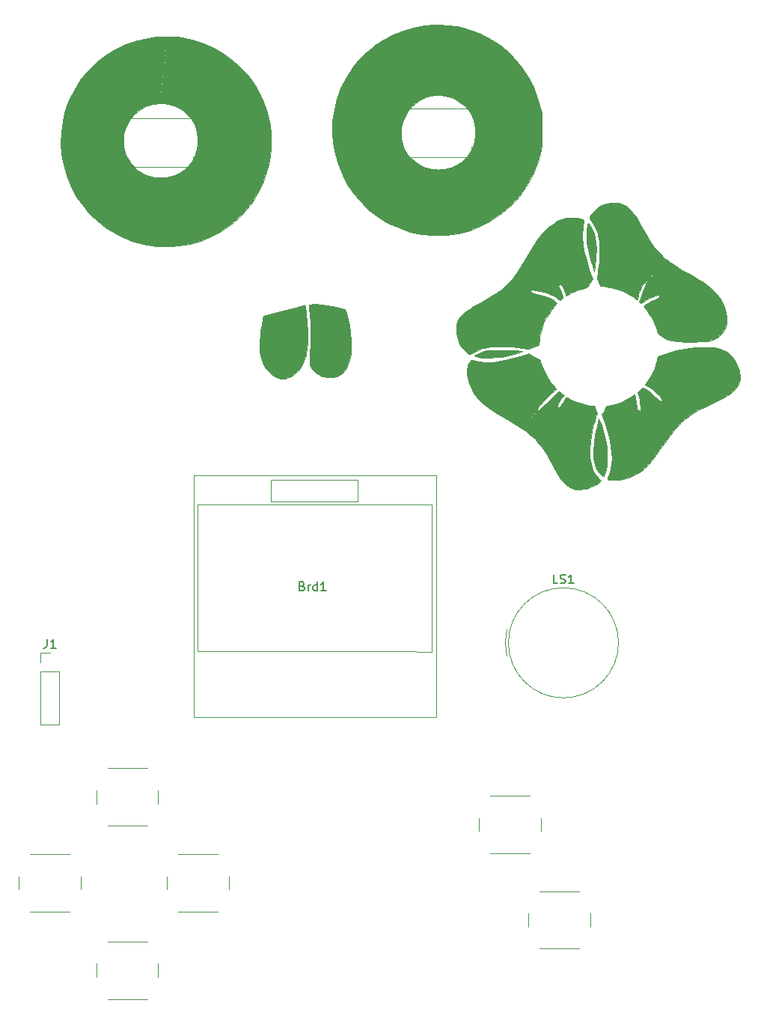
<source format=gbr>
G04 #@! TF.GenerationSoftware,KiCad,Pcbnew,8.0.5-8.0.5-0~ubuntu24.04.1*
G04 #@! TF.CreationDate,2024-09-29T10:33:01+09:00*
G04 #@! TF.ProjectId,gopher_flower_rp2040_sw,676f7068-6572-45f6-966c-6f7765725f72,rev?*
G04 #@! TF.SameCoordinates,Original*
G04 #@! TF.FileFunction,Legend,Top*
G04 #@! TF.FilePolarity,Positive*
%FSLAX46Y46*%
G04 Gerber Fmt 4.6, Leading zero omitted, Abs format (unit mm)*
G04 Created by KiCad (PCBNEW 8.0.5-8.0.5-0~ubuntu24.04.1) date 2024-09-29 10:33:01*
%MOMM*%
%LPD*%
G01*
G04 APERTURE LIST*
%ADD10C,0.150000*%
%ADD11C,0.120000*%
%ADD12C,0.100000*%
G04 APERTURE END LIST*
D10*
X112033333Y-108885009D02*
X112176190Y-108932628D01*
X112176190Y-108932628D02*
X112223809Y-108980247D01*
X112223809Y-108980247D02*
X112271428Y-109075485D01*
X112271428Y-109075485D02*
X112271428Y-109218342D01*
X112271428Y-109218342D02*
X112223809Y-109313580D01*
X112223809Y-109313580D02*
X112176190Y-109361200D01*
X112176190Y-109361200D02*
X112080952Y-109408819D01*
X112080952Y-109408819D02*
X111700000Y-109408819D01*
X111700000Y-109408819D02*
X111700000Y-108408819D01*
X111700000Y-108408819D02*
X112033333Y-108408819D01*
X112033333Y-108408819D02*
X112128571Y-108456438D01*
X112128571Y-108456438D02*
X112176190Y-108504057D01*
X112176190Y-108504057D02*
X112223809Y-108599295D01*
X112223809Y-108599295D02*
X112223809Y-108694533D01*
X112223809Y-108694533D02*
X112176190Y-108789771D01*
X112176190Y-108789771D02*
X112128571Y-108837390D01*
X112128571Y-108837390D02*
X112033333Y-108885009D01*
X112033333Y-108885009D02*
X111700000Y-108885009D01*
X112700000Y-109408819D02*
X112700000Y-108742152D01*
X112700000Y-108932628D02*
X112747619Y-108837390D01*
X112747619Y-108837390D02*
X112795238Y-108789771D01*
X112795238Y-108789771D02*
X112890476Y-108742152D01*
X112890476Y-108742152D02*
X112985714Y-108742152D01*
X113747619Y-109408819D02*
X113747619Y-108408819D01*
X113747619Y-109361200D02*
X113652381Y-109408819D01*
X113652381Y-109408819D02*
X113461905Y-109408819D01*
X113461905Y-109408819D02*
X113366667Y-109361200D01*
X113366667Y-109361200D02*
X113319048Y-109313580D01*
X113319048Y-109313580D02*
X113271429Y-109218342D01*
X113271429Y-109218342D02*
X113271429Y-108932628D01*
X113271429Y-108932628D02*
X113319048Y-108837390D01*
X113319048Y-108837390D02*
X113366667Y-108789771D01*
X113366667Y-108789771D02*
X113461905Y-108742152D01*
X113461905Y-108742152D02*
X113652381Y-108742152D01*
X113652381Y-108742152D02*
X113747619Y-108789771D01*
X114747619Y-109408819D02*
X114176191Y-109408819D01*
X114461905Y-109408819D02*
X114461905Y-108408819D01*
X114461905Y-108408819D02*
X114366667Y-108551676D01*
X114366667Y-108551676D02*
X114271429Y-108646914D01*
X114271429Y-108646914D02*
X114176191Y-108694533D01*
X83166666Y-114894819D02*
X83166666Y-115609104D01*
X83166666Y-115609104D02*
X83119047Y-115751961D01*
X83119047Y-115751961D02*
X83023809Y-115847200D01*
X83023809Y-115847200D02*
X82880952Y-115894819D01*
X82880952Y-115894819D02*
X82785714Y-115894819D01*
X84166666Y-115894819D02*
X83595238Y-115894819D01*
X83880952Y-115894819D02*
X83880952Y-114894819D01*
X83880952Y-114894819D02*
X83785714Y-115037676D01*
X83785714Y-115037676D02*
X83690476Y-115132914D01*
X83690476Y-115132914D02*
X83595238Y-115180533D01*
X140957142Y-108584819D02*
X140480952Y-108584819D01*
X140480952Y-108584819D02*
X140480952Y-107584819D01*
X141242857Y-108537200D02*
X141385714Y-108584819D01*
X141385714Y-108584819D02*
X141623809Y-108584819D01*
X141623809Y-108584819D02*
X141719047Y-108537200D01*
X141719047Y-108537200D02*
X141766666Y-108489580D01*
X141766666Y-108489580D02*
X141814285Y-108394342D01*
X141814285Y-108394342D02*
X141814285Y-108299104D01*
X141814285Y-108299104D02*
X141766666Y-108203866D01*
X141766666Y-108203866D02*
X141719047Y-108156247D01*
X141719047Y-108156247D02*
X141623809Y-108108628D01*
X141623809Y-108108628D02*
X141433333Y-108061009D01*
X141433333Y-108061009D02*
X141338095Y-108013390D01*
X141338095Y-108013390D02*
X141290476Y-107965771D01*
X141290476Y-107965771D02*
X141242857Y-107870533D01*
X141242857Y-107870533D02*
X141242857Y-107775295D01*
X141242857Y-107775295D02*
X141290476Y-107680057D01*
X141290476Y-107680057D02*
X141338095Y-107632438D01*
X141338095Y-107632438D02*
X141433333Y-107584819D01*
X141433333Y-107584819D02*
X141671428Y-107584819D01*
X141671428Y-107584819D02*
X141814285Y-107632438D01*
X142766666Y-108584819D02*
X142195238Y-108584819D01*
X142480952Y-108584819D02*
X142480952Y-107584819D01*
X142480952Y-107584819D02*
X142385714Y-107727676D01*
X142385714Y-107727676D02*
X142290476Y-107822914D01*
X142290476Y-107822914D02*
X142195238Y-107870533D01*
D11*
X92400000Y-55950000D02*
X99700000Y-55950000D01*
X92400000Y-61450000D02*
X99700000Y-61450000D01*
X99700000Y-61450000D02*
X99700000Y-60300000D01*
X123900000Y-54850000D02*
X131200000Y-54850000D01*
X123900000Y-60350000D02*
X131200000Y-60350000D01*
X131200000Y-60350000D02*
X131200000Y-59200000D01*
X99800000Y-96400000D02*
X127200000Y-96400000D01*
X99800000Y-123700000D02*
X99800000Y-96400000D01*
X100222000Y-99695000D02*
X123322000Y-99695000D01*
X100222000Y-116295000D02*
X100222000Y-99695000D01*
X108501000Y-96889000D02*
X108501000Y-99302000D01*
X108501000Y-96889000D02*
X118280000Y-96889000D01*
X118280000Y-96889000D02*
X118280000Y-99302000D01*
X118280000Y-99302000D02*
X108501000Y-99302000D01*
X123322000Y-99695000D02*
X126408000Y-99695000D01*
X123322000Y-116295000D02*
X100222000Y-116295000D01*
X123322000Y-116295000D02*
X126662000Y-116320000D01*
X126662000Y-99683000D02*
X126408000Y-99695000D01*
X126662000Y-116320000D02*
X126662000Y-99683000D01*
X127200000Y-96400000D02*
X127200000Y-123700000D01*
X127200000Y-123700000D02*
X99800000Y-123700000D01*
X132050000Y-135100000D02*
X132050000Y-136600000D01*
X133300000Y-139100000D02*
X137800000Y-139100000D01*
X137800000Y-132600000D02*
X133300000Y-132600000D01*
X139050000Y-136600000D02*
X139050000Y-135100000D01*
X79950000Y-141700000D02*
X79950000Y-143200000D01*
X81200000Y-145700000D02*
X85700000Y-145700000D01*
X85700000Y-139200000D02*
X81200000Y-139200000D01*
X86950000Y-143200000D02*
X86950000Y-141700000D01*
X100254005Y-58510000D02*
G75*
G02*
X91815995Y-58510000I-4219005J0D01*
G01*
X91815995Y-58510000D02*
G75*
G02*
X100254005Y-58510000I4219005J0D01*
G01*
X131675001Y-57600000D02*
G75*
G02*
X123236991Y-57600000I-4219005J0D01*
G01*
X123236991Y-57600000D02*
G75*
G02*
X131675001Y-57600000I4219005J0D01*
G01*
D12*
X144645000Y-68130000D02*
X144975000Y-68730000D01*
X145155000Y-69340000D01*
X145255000Y-69990000D01*
X145285000Y-70690000D01*
X145245000Y-71780000D01*
X145155000Y-72750000D01*
X145075000Y-73360000D01*
X144865000Y-72660000D01*
X144685000Y-72000000D01*
X144485000Y-71170000D01*
X144335000Y-70420000D01*
X144265000Y-69900000D01*
X144255000Y-69240000D01*
X144265000Y-68580000D01*
X144295000Y-68130000D01*
X144335000Y-67890000D01*
X144365000Y-67820000D01*
X144375000Y-67800000D01*
X144385000Y-67800000D01*
X144645000Y-68130000D01*
G36*
X144645000Y-68130000D02*
G01*
X144975000Y-68730000D01*
X145155000Y-69340000D01*
X145255000Y-69990000D01*
X145285000Y-70690000D01*
X145245000Y-71780000D01*
X145155000Y-72750000D01*
X145075000Y-73360000D01*
X144865000Y-72660000D01*
X144685000Y-72000000D01*
X144485000Y-71170000D01*
X144335000Y-70420000D01*
X144265000Y-69900000D01*
X144255000Y-69240000D01*
X144265000Y-68580000D01*
X144295000Y-68130000D01*
X144335000Y-67890000D01*
X144365000Y-67820000D01*
X144375000Y-67800000D01*
X144385000Y-67800000D01*
X144645000Y-68130000D01*
G37*
X145915000Y-90720000D02*
X146185000Y-91729395D01*
X146405000Y-92640000D01*
X146495000Y-93220000D01*
X146535000Y-94169395D01*
X146545000Y-94789395D01*
X146535000Y-95179395D01*
X146435000Y-95669395D01*
X146225000Y-96310000D01*
X146095000Y-96550000D01*
X145735000Y-96200000D01*
X145365000Y-95680000D01*
X145155000Y-95140000D01*
X145015000Y-94440000D01*
X144985000Y-93669395D01*
X145035000Y-92699395D01*
X145175000Y-91809395D01*
X145385000Y-90829395D01*
X145515000Y-90309395D01*
X145575000Y-90079395D01*
X145615000Y-89949395D01*
X145915000Y-90720000D01*
G36*
X145915000Y-90720000D02*
G01*
X146185000Y-91729395D01*
X146405000Y-92640000D01*
X146495000Y-93220000D01*
X146535000Y-94169395D01*
X146545000Y-94789395D01*
X146535000Y-95179395D01*
X146435000Y-95669395D01*
X146225000Y-96310000D01*
X146095000Y-96550000D01*
X145735000Y-96200000D01*
X145365000Y-95680000D01*
X145155000Y-95140000D01*
X145015000Y-94440000D01*
X144985000Y-93669395D01*
X145035000Y-92699395D01*
X145175000Y-91809395D01*
X145385000Y-90829395D01*
X145515000Y-90309395D01*
X145575000Y-90079395D01*
X145615000Y-89949395D01*
X145915000Y-90720000D01*
G37*
X135825000Y-82210000D02*
X136435000Y-82250000D01*
X136675000Y-82270000D01*
X136865000Y-82310000D01*
X136905000Y-82330000D01*
X136755000Y-82400000D01*
X136365000Y-82520000D01*
X135945000Y-82640000D01*
X134945000Y-82880000D01*
X134615000Y-82940000D01*
X134065000Y-83000000D01*
X133185000Y-83040000D01*
X132515000Y-83050000D01*
X132355000Y-83050000D01*
X132065000Y-82990000D01*
X131705000Y-82910000D01*
X131605000Y-82870000D01*
X131555000Y-82830000D01*
X132045000Y-82540000D01*
X132435000Y-82390000D01*
X132905000Y-82260000D01*
X133245000Y-82210000D01*
X134045000Y-82180000D01*
X134935000Y-82180000D01*
X135825000Y-82210000D01*
G36*
X135825000Y-82210000D02*
G01*
X136435000Y-82250000D01*
X136675000Y-82270000D01*
X136865000Y-82310000D01*
X136905000Y-82330000D01*
X136755000Y-82400000D01*
X136365000Y-82520000D01*
X135945000Y-82640000D01*
X134945000Y-82880000D01*
X134615000Y-82940000D01*
X134065000Y-83000000D01*
X133185000Y-83040000D01*
X132515000Y-83050000D01*
X132355000Y-83050000D01*
X132065000Y-82990000D01*
X131705000Y-82910000D01*
X131605000Y-82870000D01*
X131555000Y-82830000D01*
X132045000Y-82540000D01*
X132435000Y-82390000D01*
X132905000Y-82260000D01*
X133245000Y-82210000D01*
X134045000Y-82180000D01*
X134935000Y-82180000D01*
X135825000Y-82210000D01*
G37*
X127655000Y-53330000D02*
X127115000Y-53350000D01*
X126425000Y-53470000D01*
X125975000Y-53610000D01*
X125275000Y-53940000D01*
X124805000Y-54280000D01*
X124445000Y-54580000D01*
X124125000Y-54950000D01*
X124025000Y-55110000D01*
X115655000Y-55000000D01*
X115955000Y-53780000D01*
X116405000Y-52580000D01*
X116945000Y-51460000D01*
X117805000Y-50120000D01*
X118585000Y-49240000D01*
X119445000Y-48400000D01*
X119835000Y-48060000D01*
X120175000Y-47780000D01*
X121075000Y-47170000D01*
X122405000Y-46460000D01*
X123505000Y-46030000D01*
X124655000Y-45700000D01*
X125845000Y-45490000D01*
X126935000Y-45420000D01*
X127665000Y-45400000D01*
X127655000Y-53330000D01*
G36*
X127655000Y-53330000D02*
G01*
X127115000Y-53350000D01*
X126425000Y-53470000D01*
X125975000Y-53610000D01*
X125275000Y-53940000D01*
X124805000Y-54280000D01*
X124445000Y-54580000D01*
X124125000Y-54950000D01*
X124025000Y-55110000D01*
X115655000Y-55000000D01*
X115955000Y-53780000D01*
X116405000Y-52580000D01*
X116945000Y-51460000D01*
X117805000Y-50120000D01*
X118585000Y-49240000D01*
X119445000Y-48400000D01*
X119835000Y-48060000D01*
X120175000Y-47780000D01*
X121075000Y-47170000D01*
X122405000Y-46460000D01*
X123505000Y-46030000D01*
X124655000Y-45700000D01*
X125845000Y-45490000D01*
X126935000Y-45420000D01*
X127665000Y-45400000D01*
X127655000Y-53330000D01*
G37*
X139105000Y-70790000D02*
X141055000Y-74830000D01*
X141025000Y-74960000D01*
X141075000Y-75120000D01*
X141235000Y-75460000D01*
X141325000Y-75650000D01*
X141415000Y-75880000D01*
X141475000Y-76170000D01*
X141535000Y-76330000D01*
X141365000Y-76450000D01*
X141195000Y-76560000D01*
X140955000Y-76360000D01*
X140685000Y-76150000D01*
X140265000Y-75950000D01*
X139775000Y-75740000D01*
X139065000Y-75540000D01*
X138395000Y-75410000D01*
X138115000Y-75380000D01*
X137915000Y-75440000D01*
X137905000Y-75530000D01*
X135595000Y-74370000D01*
X135905000Y-74030000D01*
X136335000Y-73440000D01*
X137055000Y-72330000D01*
X137465000Y-71610000D01*
X138065000Y-70600000D01*
X138375000Y-70080000D01*
X138625000Y-69700000D01*
X139105000Y-70790000D01*
G36*
X139105000Y-70790000D02*
G01*
X141055000Y-74830000D01*
X141025000Y-74960000D01*
X141075000Y-75120000D01*
X141235000Y-75460000D01*
X141325000Y-75650000D01*
X141415000Y-75880000D01*
X141475000Y-76170000D01*
X141535000Y-76330000D01*
X141365000Y-76450000D01*
X141195000Y-76560000D01*
X140955000Y-76360000D01*
X140685000Y-76150000D01*
X140265000Y-75950000D01*
X139775000Y-75740000D01*
X139065000Y-75540000D01*
X138395000Y-75410000D01*
X138115000Y-75380000D01*
X137915000Y-75440000D01*
X137905000Y-75530000D01*
X135595000Y-74370000D01*
X135905000Y-74030000D01*
X136335000Y-73440000D01*
X137055000Y-72330000D01*
X137465000Y-71610000D01*
X138065000Y-70600000D01*
X138375000Y-70080000D01*
X138625000Y-69700000D01*
X139105000Y-70790000D01*
G37*
X96505000Y-49210000D02*
X96075000Y-53370000D01*
X96035000Y-54290996D01*
X95095000Y-54360000D01*
X94265000Y-54650000D01*
X93475000Y-55100000D01*
X92985000Y-55550000D01*
X92505000Y-56140000D01*
X92055000Y-57020000D01*
X91835000Y-57730000D01*
X91785000Y-58230000D01*
X91795000Y-58800000D01*
X84715000Y-58750000D01*
X84755000Y-57590000D01*
X84945000Y-56320000D01*
X85255000Y-55070000D01*
X85675000Y-53940000D01*
X86195000Y-52880000D01*
X86915000Y-51690000D01*
X87845000Y-50540000D01*
X88595000Y-49820000D01*
X88775000Y-49650000D01*
X89755000Y-48880000D01*
X90745000Y-48240000D01*
X91875000Y-47670000D01*
X93045000Y-47240000D01*
X94175000Y-46960000D01*
X95465000Y-46730000D01*
X96775000Y-46710000D01*
X96505000Y-49210000D01*
G36*
X96505000Y-49210000D02*
G01*
X96075000Y-53370000D01*
X96035000Y-54290996D01*
X95095000Y-54360000D01*
X94265000Y-54650000D01*
X93475000Y-55100000D01*
X92985000Y-55550000D01*
X92505000Y-56140000D01*
X92055000Y-57020000D01*
X91835000Y-57730000D01*
X91785000Y-58230000D01*
X91795000Y-58800000D01*
X84715000Y-58750000D01*
X84755000Y-57590000D01*
X84945000Y-56320000D01*
X85255000Y-55070000D01*
X85675000Y-53940000D01*
X86195000Y-52880000D01*
X86915000Y-51690000D01*
X87845000Y-50540000D01*
X88595000Y-49820000D01*
X88775000Y-49650000D01*
X89755000Y-48880000D01*
X90745000Y-48240000D01*
X91875000Y-47670000D01*
X93045000Y-47240000D01*
X94175000Y-46960000D01*
X95465000Y-46730000D01*
X96775000Y-46710000D01*
X96505000Y-49210000D01*
G37*
X151095000Y-86740000D02*
X151545000Y-87070000D01*
X151955000Y-87440000D01*
X152285000Y-87760000D01*
X152455000Y-87890000D01*
X152645000Y-87970000D01*
X152745000Y-88000000D01*
X154885000Y-90380000D01*
X154615000Y-90660000D01*
X154455000Y-90840000D01*
X154165000Y-91190000D01*
X153945000Y-91450000D01*
X153645000Y-91840000D01*
X153035000Y-92690000D01*
X152465000Y-93500000D01*
X151855000Y-94330000D01*
X150235000Y-89050000D01*
X150285000Y-88970000D01*
X150295000Y-88770000D01*
X150285000Y-88480000D01*
X150245000Y-88180000D01*
X150195000Y-87770000D01*
X150135000Y-87440000D01*
X150085000Y-87200000D01*
X150035000Y-87060000D01*
X150005000Y-87020000D01*
X150005000Y-86940000D01*
X150075000Y-86850000D01*
X150275000Y-86670000D01*
X150495000Y-86480000D01*
X150535000Y-86460000D01*
X151095000Y-86740000D01*
G36*
X151095000Y-86740000D02*
G01*
X151545000Y-87070000D01*
X151955000Y-87440000D01*
X152285000Y-87760000D01*
X152455000Y-87890000D01*
X152645000Y-87970000D01*
X152745000Y-88000000D01*
X154885000Y-90380000D01*
X154615000Y-90660000D01*
X154455000Y-90840000D01*
X154165000Y-91190000D01*
X153945000Y-91450000D01*
X153645000Y-91840000D01*
X153035000Y-92690000D01*
X152465000Y-93500000D01*
X151855000Y-94330000D01*
X150235000Y-89050000D01*
X150285000Y-88970000D01*
X150295000Y-88770000D01*
X150285000Y-88480000D01*
X150245000Y-88180000D01*
X150195000Y-87770000D01*
X150135000Y-87440000D01*
X150085000Y-87200000D01*
X150035000Y-87060000D01*
X150005000Y-87020000D01*
X150005000Y-86940000D01*
X150075000Y-86850000D01*
X150275000Y-86670000D01*
X150495000Y-86480000D01*
X150535000Y-86460000D01*
X151095000Y-86740000D01*
G37*
X141085000Y-86890000D02*
X141235000Y-86980000D01*
X141525000Y-87180000D01*
X141665000Y-87290000D01*
X141415000Y-87560000D01*
X141275000Y-87750000D01*
X141105000Y-88060000D01*
X140985000Y-88330000D01*
X140965000Y-88440000D01*
X140955000Y-88570000D01*
X140985000Y-88630000D01*
X141075000Y-88690000D01*
X138835000Y-92770000D01*
X138385000Y-92250000D01*
X138085000Y-91940000D01*
X137655000Y-91590000D01*
X137355000Y-91370000D01*
X137045000Y-91150000D01*
X136955000Y-91100000D01*
X138345000Y-89370000D01*
X138625000Y-88980000D01*
X138715000Y-89000000D01*
X138795000Y-88970000D01*
X138855000Y-88930000D01*
X139025000Y-88800000D01*
X139265000Y-88590000D01*
X139595000Y-88280000D01*
X139755000Y-88120000D01*
X140115000Y-87770000D01*
X140615000Y-87290000D01*
X140845000Y-87070000D01*
X141065000Y-86880000D01*
X141085000Y-86890000D01*
G36*
X141085000Y-86890000D02*
G01*
X141235000Y-86980000D01*
X141525000Y-87180000D01*
X141665000Y-87290000D01*
X141415000Y-87560000D01*
X141275000Y-87750000D01*
X141105000Y-88060000D01*
X140985000Y-88330000D01*
X140965000Y-88440000D01*
X140955000Y-88570000D01*
X140985000Y-88630000D01*
X141075000Y-88690000D01*
X138835000Y-92770000D01*
X138385000Y-92250000D01*
X138085000Y-91940000D01*
X137655000Y-91590000D01*
X137355000Y-91370000D01*
X137045000Y-91150000D01*
X136955000Y-91100000D01*
X138345000Y-89370000D01*
X138625000Y-88980000D01*
X138715000Y-89000000D01*
X138795000Y-88970000D01*
X138855000Y-88930000D01*
X139025000Y-88800000D01*
X139265000Y-88590000D01*
X139595000Y-88280000D01*
X139755000Y-88120000D01*
X140115000Y-87770000D01*
X140615000Y-87290000D01*
X140845000Y-87070000D01*
X141065000Y-86880000D01*
X141085000Y-86890000D01*
G37*
X153625000Y-72250000D02*
X154265000Y-72670000D01*
X155005000Y-73130000D01*
X155885000Y-73610000D01*
X156845000Y-74200000D01*
X152375000Y-75920000D01*
X152245000Y-75920000D01*
X151935000Y-76020000D01*
X151595000Y-76180000D01*
X151375000Y-76290000D01*
X150935000Y-76540000D01*
X150675000Y-76700000D01*
X150355000Y-76900000D01*
X150335000Y-76870000D01*
X150255000Y-76790000D01*
X150155000Y-76670000D01*
X150145000Y-76640000D01*
X150225000Y-76600000D01*
X150275000Y-76500000D01*
X150315000Y-76410000D01*
X150395000Y-76110000D01*
X150465000Y-75890000D01*
X150575000Y-75630000D01*
X150695000Y-75340000D01*
X150785000Y-75150000D01*
X150835000Y-75040000D01*
X150925000Y-74810000D01*
X150955000Y-74670000D01*
X150955000Y-74640000D01*
X150945000Y-74610000D01*
X151215000Y-74250000D01*
X153215000Y-71930000D01*
X153625000Y-72250000D01*
G36*
X153625000Y-72250000D02*
G01*
X154265000Y-72670000D01*
X155005000Y-73130000D01*
X155885000Y-73610000D01*
X156845000Y-74200000D01*
X152375000Y-75920000D01*
X152245000Y-75920000D01*
X151935000Y-76020000D01*
X151595000Y-76180000D01*
X151375000Y-76290000D01*
X150935000Y-76540000D01*
X150675000Y-76700000D01*
X150355000Y-76900000D01*
X150335000Y-76870000D01*
X150255000Y-76790000D01*
X150155000Y-76670000D01*
X150145000Y-76640000D01*
X150225000Y-76600000D01*
X150275000Y-76500000D01*
X150315000Y-76410000D01*
X150395000Y-76110000D01*
X150465000Y-75890000D01*
X150575000Y-75630000D01*
X150695000Y-75340000D01*
X150785000Y-75150000D01*
X150835000Y-75040000D01*
X150925000Y-74810000D01*
X150955000Y-74670000D01*
X150955000Y-74640000D01*
X150945000Y-74610000D01*
X151215000Y-74250000D01*
X153215000Y-71930000D01*
X153625000Y-72250000D01*
G37*
X112385000Y-77350000D02*
X112455000Y-77940000D01*
X112565000Y-79110000D01*
X112605000Y-80040000D01*
X112615000Y-80760000D01*
X112605000Y-81430000D01*
X112555000Y-82090000D01*
X112465000Y-82620000D01*
X112365000Y-82970000D01*
X112195000Y-83440000D01*
X111975000Y-83900000D01*
X111775000Y-84250000D01*
X111535000Y-84550000D01*
X111315000Y-84740000D01*
X111095000Y-84910000D01*
X110755000Y-85140000D01*
X110455000Y-85300000D01*
X110225000Y-85410000D01*
X110005000Y-85460000D01*
X109675000Y-85470000D01*
X109305000Y-85380000D01*
X108785000Y-85100000D01*
X108335000Y-84710000D01*
X107925000Y-84210000D01*
X107585000Y-83610000D01*
X107355000Y-83030000D01*
X107235000Y-82500000D01*
X107185000Y-81910000D01*
X107205000Y-81220000D01*
X107275000Y-80570000D01*
X107345000Y-80050000D01*
X107465000Y-79320000D01*
X107575000Y-78700000D01*
X107645000Y-78410000D01*
X107685000Y-78330000D01*
X109235000Y-77940000D01*
X110945000Y-77440000D01*
X112255000Y-77110000D01*
X112345000Y-77090000D01*
X112385000Y-77350000D01*
G36*
X112385000Y-77350000D02*
G01*
X112455000Y-77940000D01*
X112565000Y-79110000D01*
X112605000Y-80040000D01*
X112615000Y-80760000D01*
X112605000Y-81430000D01*
X112555000Y-82090000D01*
X112465000Y-82620000D01*
X112365000Y-82970000D01*
X112195000Y-83440000D01*
X111975000Y-83900000D01*
X111775000Y-84250000D01*
X111535000Y-84550000D01*
X111315000Y-84740000D01*
X111095000Y-84910000D01*
X110755000Y-85140000D01*
X110455000Y-85300000D01*
X110225000Y-85410000D01*
X110005000Y-85460000D01*
X109675000Y-85470000D01*
X109305000Y-85380000D01*
X108785000Y-85100000D01*
X108335000Y-84710000D01*
X107925000Y-84210000D01*
X107585000Y-83610000D01*
X107355000Y-83030000D01*
X107235000Y-82500000D01*
X107185000Y-81910000D01*
X107205000Y-81220000D01*
X107275000Y-80570000D01*
X107345000Y-80050000D01*
X107465000Y-79320000D01*
X107575000Y-78700000D01*
X107645000Y-78410000D01*
X107685000Y-78330000D01*
X109235000Y-77940000D01*
X110945000Y-77440000D01*
X112255000Y-77110000D01*
X112345000Y-77090000D01*
X112385000Y-77350000D01*
G37*
X157435000Y-74540000D02*
X158155000Y-75070000D01*
X158825000Y-75730000D01*
X159285000Y-76330000D01*
X159805000Y-77330000D01*
X160015000Y-78010000D01*
X160075000Y-78450000D01*
X160075000Y-78990000D01*
X160045000Y-79250000D01*
X159885000Y-79770000D01*
X159645000Y-80170000D01*
X159335000Y-80500000D01*
X158865000Y-80830000D01*
X158225000Y-81100000D01*
X157905000Y-81170000D01*
X157105000Y-81240000D01*
X156335000Y-81270000D01*
X155525000Y-81260000D01*
X154535000Y-81170000D01*
X153855000Y-81080000D01*
X153505000Y-81010000D01*
X153225000Y-80910000D01*
X152705000Y-80650000D01*
X152355000Y-80390000D01*
X152275000Y-80250000D01*
X152065000Y-79670000D01*
X151855000Y-79090000D01*
X151555000Y-78480000D01*
X151455000Y-78300000D01*
X151005000Y-77620000D01*
X150695000Y-77200000D01*
X151015000Y-76990000D01*
X151595000Y-76670000D01*
X152215000Y-76340000D01*
X152365000Y-76210000D01*
X152445000Y-76120000D01*
X152475000Y-76020000D01*
X152465000Y-75970000D01*
X152405000Y-75910000D01*
X155125000Y-74860000D01*
X156845000Y-74200000D01*
X157435000Y-74540000D01*
G36*
X157435000Y-74540000D02*
G01*
X158155000Y-75070000D01*
X158825000Y-75730000D01*
X159285000Y-76330000D01*
X159805000Y-77330000D01*
X160015000Y-78010000D01*
X160075000Y-78450000D01*
X160075000Y-78990000D01*
X160045000Y-79250000D01*
X159885000Y-79770000D01*
X159645000Y-80170000D01*
X159335000Y-80500000D01*
X158865000Y-80830000D01*
X158225000Y-81100000D01*
X157905000Y-81170000D01*
X157105000Y-81240000D01*
X156335000Y-81270000D01*
X155525000Y-81260000D01*
X154535000Y-81170000D01*
X153855000Y-81080000D01*
X153505000Y-81010000D01*
X153225000Y-80910000D01*
X152705000Y-80650000D01*
X152355000Y-80390000D01*
X152275000Y-80250000D01*
X152065000Y-79670000D01*
X151855000Y-79090000D01*
X151555000Y-78480000D01*
X151455000Y-78300000D01*
X151005000Y-77620000D01*
X150695000Y-77200000D01*
X151015000Y-76990000D01*
X151595000Y-76670000D01*
X152215000Y-76340000D01*
X152365000Y-76210000D01*
X152445000Y-76120000D01*
X152475000Y-76020000D01*
X152465000Y-75970000D01*
X152405000Y-75910000D01*
X155125000Y-74860000D01*
X156845000Y-74200000D01*
X157435000Y-74540000D01*
G37*
X149725000Y-87430000D02*
X149825000Y-88150000D01*
X149895000Y-88590000D01*
X149935000Y-88810000D01*
X150035000Y-89000000D01*
X150085000Y-89030000D01*
X150195000Y-89050000D01*
X151855000Y-94330000D01*
X151615000Y-94630000D01*
X151095000Y-95220000D01*
X150795000Y-95530000D01*
X150205000Y-95990000D01*
X149665000Y-96290000D01*
X148925000Y-96620000D01*
X148415000Y-96790000D01*
X147875000Y-96850000D01*
X147455000Y-96880000D01*
X147075000Y-96870000D01*
X146755000Y-96840000D01*
X146615000Y-96770000D01*
X146625000Y-96640000D01*
X146755000Y-96290000D01*
X146945000Y-95700000D01*
X147055000Y-95090000D01*
X147075000Y-94400000D01*
X147045000Y-93700000D01*
X146965000Y-93030000D01*
X146835000Y-92340000D01*
X146625000Y-91470000D01*
X146355000Y-90600000D01*
X145945000Y-89410000D01*
X146145000Y-89130000D01*
X146345000Y-88780000D01*
X146425000Y-88590000D01*
X146465000Y-88530000D01*
X146625000Y-88470000D01*
X147475000Y-88280000D01*
X147915000Y-88120000D01*
X148165000Y-88030000D01*
X148805000Y-87730000D01*
X149115000Y-87540000D01*
X149625000Y-87220000D01*
X149665000Y-87190000D01*
X149725000Y-87430000D01*
G36*
X149725000Y-87430000D02*
G01*
X149825000Y-88150000D01*
X149895000Y-88590000D01*
X149935000Y-88810000D01*
X150035000Y-89000000D01*
X150085000Y-89030000D01*
X150195000Y-89050000D01*
X151855000Y-94330000D01*
X151615000Y-94630000D01*
X151095000Y-95220000D01*
X150795000Y-95530000D01*
X150205000Y-95990000D01*
X149665000Y-96290000D01*
X148925000Y-96620000D01*
X148415000Y-96790000D01*
X147875000Y-96850000D01*
X147455000Y-96880000D01*
X147075000Y-96870000D01*
X146755000Y-96840000D01*
X146615000Y-96770000D01*
X146625000Y-96640000D01*
X146755000Y-96290000D01*
X146945000Y-95700000D01*
X147055000Y-95090000D01*
X147075000Y-94400000D01*
X147045000Y-93700000D01*
X146965000Y-93030000D01*
X146835000Y-92340000D01*
X146625000Y-91470000D01*
X146355000Y-90600000D01*
X145945000Y-89410000D01*
X146145000Y-89130000D01*
X146345000Y-88780000D01*
X146425000Y-88590000D01*
X146465000Y-88530000D01*
X146625000Y-88470000D01*
X147475000Y-88280000D01*
X147915000Y-88120000D01*
X148165000Y-88030000D01*
X148805000Y-87730000D01*
X149115000Y-87540000D01*
X149625000Y-87220000D01*
X149665000Y-87190000D01*
X149725000Y-87430000D01*
G37*
X143565000Y-67300000D02*
X143765000Y-67370000D01*
X143865000Y-67480000D01*
X143875000Y-67640000D01*
X143815000Y-67970000D01*
X143795000Y-68130000D01*
X143775000Y-68430000D01*
X143755000Y-68930000D01*
X143755000Y-69580000D01*
X143785000Y-70110000D01*
X143915000Y-70930000D01*
X144115000Y-71750000D01*
X144495000Y-73040000D01*
X144815000Y-73950000D01*
X144865000Y-74140000D01*
X144755000Y-74380000D01*
X144405000Y-74910000D01*
X144295000Y-75010000D01*
X144185000Y-75090000D01*
X143965000Y-75170000D01*
X143325000Y-75360000D01*
X143035000Y-75460000D01*
X142685000Y-75610000D01*
X142455000Y-75720000D01*
X142085000Y-75920000D01*
X141875000Y-76080000D01*
X141835000Y-75860000D01*
X141675000Y-75410000D01*
X141495000Y-75040000D01*
X141375000Y-74860000D01*
X141285000Y-74790000D01*
X141195000Y-74770000D01*
X141055000Y-74830000D01*
X138625000Y-69700000D01*
X138975000Y-69240000D01*
X139345000Y-68810000D01*
X139725000Y-68430000D01*
X140055000Y-68170000D01*
X140465000Y-67880000D01*
X140965000Y-67610000D01*
X141385000Y-67430000D01*
X141955000Y-67270000D01*
X142515000Y-67200000D01*
X143105000Y-67200000D01*
X143565000Y-67300000D01*
G36*
X143565000Y-67300000D02*
G01*
X143765000Y-67370000D01*
X143865000Y-67480000D01*
X143875000Y-67640000D01*
X143815000Y-67970000D01*
X143795000Y-68130000D01*
X143775000Y-68430000D01*
X143755000Y-68930000D01*
X143755000Y-69580000D01*
X143785000Y-70110000D01*
X143915000Y-70930000D01*
X144115000Y-71750000D01*
X144495000Y-73040000D01*
X144815000Y-73950000D01*
X144865000Y-74140000D01*
X144755000Y-74380000D01*
X144405000Y-74910000D01*
X144295000Y-75010000D01*
X144185000Y-75090000D01*
X143965000Y-75170000D01*
X143325000Y-75360000D01*
X143035000Y-75460000D01*
X142685000Y-75610000D01*
X142455000Y-75720000D01*
X142085000Y-75920000D01*
X141875000Y-76080000D01*
X141835000Y-75860000D01*
X141675000Y-75410000D01*
X141495000Y-75040000D01*
X141375000Y-74860000D01*
X141285000Y-74790000D01*
X141195000Y-74770000D01*
X141055000Y-74830000D01*
X138625000Y-69700000D01*
X138975000Y-69240000D01*
X139345000Y-68810000D01*
X139725000Y-68430000D01*
X140055000Y-68170000D01*
X140465000Y-67880000D01*
X140965000Y-67610000D01*
X141385000Y-67430000D01*
X141955000Y-67270000D01*
X142515000Y-67200000D01*
X143105000Y-67200000D01*
X143565000Y-67300000D01*
G37*
X114245000Y-77030000D02*
X114935000Y-77120000D01*
X115845000Y-77330000D01*
X116805000Y-77570000D01*
X116905000Y-77600000D01*
X117045000Y-78020000D01*
X117255000Y-78710000D01*
X117415000Y-79460000D01*
X117505000Y-80150000D01*
X117565000Y-81090000D01*
X117565000Y-81890000D01*
X117535000Y-82600000D01*
X117455000Y-83080000D01*
X117325000Y-83580000D01*
X117145000Y-83990000D01*
X116925000Y-84370000D01*
X116785000Y-84570000D01*
X116535000Y-84820000D01*
X116215000Y-85030000D01*
X116005000Y-85140000D01*
X115815000Y-85200000D01*
X115575000Y-85230000D01*
X115535000Y-85240000D01*
X115045000Y-85260000D01*
X114745000Y-85250000D01*
X114495000Y-85210000D01*
X114245000Y-85140000D01*
X114005000Y-85050000D01*
X113575000Y-84780000D01*
X113235000Y-84450000D01*
X112985000Y-84050000D01*
X112925000Y-83730000D01*
X112895000Y-83380000D01*
X112885000Y-82940000D01*
X112905000Y-82480000D01*
X112985000Y-81740000D01*
X113005000Y-81200000D01*
X113015000Y-80700000D01*
X112995000Y-79920000D01*
X112955000Y-79100000D01*
X112885000Y-78130000D01*
X112825000Y-77510000D01*
X112805000Y-77250000D01*
X112815000Y-77110000D01*
X112835000Y-77020000D01*
X112855000Y-77020000D01*
X113455000Y-77000000D01*
X114245000Y-77030000D01*
G36*
X114245000Y-77030000D02*
G01*
X114935000Y-77120000D01*
X115845000Y-77330000D01*
X116805000Y-77570000D01*
X116905000Y-77600000D01*
X117045000Y-78020000D01*
X117255000Y-78710000D01*
X117415000Y-79460000D01*
X117505000Y-80150000D01*
X117565000Y-81090000D01*
X117565000Y-81890000D01*
X117535000Y-82600000D01*
X117455000Y-83080000D01*
X117325000Y-83580000D01*
X117145000Y-83990000D01*
X116925000Y-84370000D01*
X116785000Y-84570000D01*
X116535000Y-84820000D01*
X116215000Y-85030000D01*
X116005000Y-85140000D01*
X115815000Y-85200000D01*
X115575000Y-85230000D01*
X115535000Y-85240000D01*
X115045000Y-85260000D01*
X114745000Y-85250000D01*
X114495000Y-85210000D01*
X114245000Y-85140000D01*
X114005000Y-85050000D01*
X113575000Y-84780000D01*
X113235000Y-84450000D01*
X112985000Y-84050000D01*
X112925000Y-83730000D01*
X112895000Y-83380000D01*
X112885000Y-82940000D01*
X112905000Y-82480000D01*
X112985000Y-81740000D01*
X113005000Y-81200000D01*
X113015000Y-80700000D01*
X112995000Y-79920000D01*
X112955000Y-79100000D01*
X112885000Y-78130000D01*
X112825000Y-77510000D01*
X112805000Y-77250000D01*
X112815000Y-77110000D01*
X112835000Y-77020000D01*
X112855000Y-77020000D01*
X113455000Y-77000000D01*
X114245000Y-77030000D01*
G37*
X158085000Y-81850000D02*
X158595000Y-81900000D01*
X159045000Y-81980000D01*
X159715000Y-82210000D01*
X160115000Y-82430000D01*
X160605000Y-82820000D01*
X160995000Y-83320000D01*
X161285000Y-83890000D01*
X161475000Y-84500000D01*
X161545000Y-85190000D01*
X161545000Y-85410000D01*
X161475000Y-85810000D01*
X161335000Y-86190000D01*
X161085000Y-86550000D01*
X160775000Y-86860000D01*
X160325000Y-87210000D01*
X159715000Y-87570000D01*
X158345000Y-88250000D01*
X157325000Y-88740000D01*
X156735000Y-89030000D01*
X156385000Y-89230000D01*
X155885000Y-89550000D01*
X155305000Y-89990000D01*
X154885000Y-90380000D01*
X152715000Y-87920000D01*
X152745000Y-87770000D01*
X152725000Y-87700000D01*
X152605000Y-87540000D01*
X152415000Y-87330000D01*
X152185000Y-87100000D01*
X151945000Y-86880000D01*
X151845000Y-86800000D01*
X151635000Y-86620000D01*
X151405000Y-86450000D01*
X151155000Y-86300000D01*
X150945000Y-86190000D01*
X150795000Y-86120000D01*
X151005000Y-85840000D01*
X151325000Y-85390000D01*
X151535000Y-85080000D01*
X151925000Y-84220000D01*
X152205000Y-83350000D01*
X152305000Y-82930000D01*
X152315000Y-82890000D01*
X153015000Y-82650000D01*
X154355000Y-82240000D01*
X155365000Y-82030000D01*
X156465000Y-81890000D01*
X157495000Y-81840000D01*
X158085000Y-81850000D01*
G36*
X158085000Y-81850000D02*
G01*
X158595000Y-81900000D01*
X159045000Y-81980000D01*
X159715000Y-82210000D01*
X160115000Y-82430000D01*
X160605000Y-82820000D01*
X160995000Y-83320000D01*
X161285000Y-83890000D01*
X161475000Y-84500000D01*
X161545000Y-85190000D01*
X161545000Y-85410000D01*
X161475000Y-85810000D01*
X161335000Y-86190000D01*
X161085000Y-86550000D01*
X160775000Y-86860000D01*
X160325000Y-87210000D01*
X159715000Y-87570000D01*
X158345000Y-88250000D01*
X157325000Y-88740000D01*
X156735000Y-89030000D01*
X156385000Y-89230000D01*
X155885000Y-89550000D01*
X155305000Y-89990000D01*
X154885000Y-90380000D01*
X152715000Y-87920000D01*
X152745000Y-87770000D01*
X152725000Y-87700000D01*
X152605000Y-87540000D01*
X152415000Y-87330000D01*
X152185000Y-87100000D01*
X151945000Y-86880000D01*
X151845000Y-86800000D01*
X151635000Y-86620000D01*
X151405000Y-86450000D01*
X151155000Y-86300000D01*
X150945000Y-86190000D01*
X150795000Y-86120000D01*
X151005000Y-85840000D01*
X151325000Y-85390000D01*
X151535000Y-85080000D01*
X151925000Y-84220000D01*
X152205000Y-83350000D01*
X152305000Y-82930000D01*
X152315000Y-82890000D01*
X153015000Y-82650000D01*
X154355000Y-82240000D01*
X155365000Y-82030000D01*
X156465000Y-81890000D01*
X157495000Y-81840000D01*
X158085000Y-81850000D01*
G37*
X142165000Y-87620000D02*
X142615000Y-87850000D01*
X143125000Y-88060000D01*
X143735000Y-88260000D01*
X144195000Y-88380000D01*
X144635000Y-88460000D01*
X145045000Y-88510000D01*
X145135000Y-88690000D01*
X145255000Y-88950000D01*
X145335000Y-89120000D01*
X145385000Y-89270000D01*
X145385000Y-89390000D01*
X145275000Y-89650000D01*
X145115000Y-90150000D01*
X145015000Y-90520000D01*
X144835000Y-91330000D01*
X144725000Y-91990000D01*
X144645000Y-92540000D01*
X144575000Y-93510000D01*
X144605000Y-94320000D01*
X144735000Y-95120000D01*
X144945000Y-95750000D01*
X145235000Y-96270000D01*
X145605000Y-96710000D01*
X145855000Y-96940000D01*
X145555000Y-97210000D01*
X145395000Y-97340000D01*
X145025000Y-97570000D01*
X144605000Y-97750000D01*
X144185000Y-97880000D01*
X143905000Y-97920000D01*
X143375000Y-97970000D01*
X142935000Y-97940000D01*
X142555000Y-97830000D01*
X142185000Y-97650000D01*
X141765000Y-97310000D01*
X141515000Y-97060000D01*
X141275000Y-96770000D01*
X140905000Y-96200000D01*
X140665000Y-95790000D01*
X140085000Y-94690000D01*
X139535000Y-93770000D01*
X139105000Y-93120000D01*
X138835000Y-92770000D01*
X141075000Y-88690000D01*
X141215000Y-88620000D01*
X141345000Y-88440000D01*
X141595000Y-88060000D01*
X141805000Y-87720000D01*
X141885000Y-87590000D01*
X142035000Y-87590000D01*
X142165000Y-87620000D01*
G36*
X142165000Y-87620000D02*
G01*
X142615000Y-87850000D01*
X143125000Y-88060000D01*
X143735000Y-88260000D01*
X144195000Y-88380000D01*
X144635000Y-88460000D01*
X145045000Y-88510000D01*
X145135000Y-88690000D01*
X145255000Y-88950000D01*
X145335000Y-89120000D01*
X145385000Y-89270000D01*
X145385000Y-89390000D01*
X145275000Y-89650000D01*
X145115000Y-90150000D01*
X145015000Y-90520000D01*
X144835000Y-91330000D01*
X144725000Y-91990000D01*
X144645000Y-92540000D01*
X144575000Y-93510000D01*
X144605000Y-94320000D01*
X144735000Y-95120000D01*
X144945000Y-95750000D01*
X145235000Y-96270000D01*
X145605000Y-96710000D01*
X145855000Y-96940000D01*
X145555000Y-97210000D01*
X145395000Y-97340000D01*
X145025000Y-97570000D01*
X144605000Y-97750000D01*
X144185000Y-97880000D01*
X143905000Y-97920000D01*
X143375000Y-97970000D01*
X142935000Y-97940000D01*
X142555000Y-97830000D01*
X142185000Y-97650000D01*
X141765000Y-97310000D01*
X141515000Y-97060000D01*
X141275000Y-96770000D01*
X140905000Y-96200000D01*
X140665000Y-95790000D01*
X140085000Y-94690000D01*
X139535000Y-93770000D01*
X139105000Y-93120000D01*
X138835000Y-92770000D01*
X141075000Y-88690000D01*
X141215000Y-88620000D01*
X141345000Y-88440000D01*
X141595000Y-88060000D01*
X141805000Y-87720000D01*
X141885000Y-87590000D01*
X142035000Y-87590000D01*
X142165000Y-87620000D01*
G37*
X137815000Y-82640000D02*
X138305000Y-82970000D01*
X138885000Y-83230000D01*
X138955000Y-83310000D01*
X139005000Y-83450000D01*
X139175000Y-83950000D01*
X139405000Y-84540000D01*
X139755000Y-85210000D01*
X140175000Y-85860000D01*
X140485000Y-86230000D01*
X140655000Y-86410000D01*
X140745000Y-86520000D01*
X140745000Y-86610000D01*
X140655000Y-86710000D01*
X140185000Y-87140000D01*
X139755000Y-87540000D01*
X139205000Y-88100000D01*
X138865000Y-88480000D01*
X138705000Y-88680000D01*
X138605000Y-88840000D01*
X138605000Y-88930000D01*
X138625000Y-88980000D01*
X136955000Y-91100000D01*
X136475000Y-90790000D01*
X135725000Y-90350000D01*
X134475000Y-89580000D01*
X133885000Y-89260000D01*
X133025000Y-88670000D01*
X132375000Y-88150000D01*
X132035000Y-87790000D01*
X131735000Y-87420000D01*
X131395000Y-86960000D01*
X131165000Y-86490000D01*
X131025000Y-86220000D01*
X130845000Y-85720000D01*
X130735000Y-85290000D01*
X130695000Y-84930000D01*
X130695000Y-84510000D01*
X130755000Y-84070000D01*
X130885000Y-83650000D01*
X130985000Y-83480000D01*
X131095000Y-83370000D01*
X131125000Y-83350000D01*
X131265000Y-83320000D01*
X131955000Y-83490000D01*
X132945000Y-83570000D01*
X133635000Y-83560000D01*
X134605000Y-83430000D01*
X135705000Y-83190000D01*
X136705000Y-82880000D01*
X137465000Y-82650000D01*
X137675000Y-82590000D01*
X137815000Y-82640000D01*
G36*
X137815000Y-82640000D02*
G01*
X138305000Y-82970000D01*
X138885000Y-83230000D01*
X138955000Y-83310000D01*
X139005000Y-83450000D01*
X139175000Y-83950000D01*
X139405000Y-84540000D01*
X139755000Y-85210000D01*
X140175000Y-85860000D01*
X140485000Y-86230000D01*
X140655000Y-86410000D01*
X140745000Y-86520000D01*
X140745000Y-86610000D01*
X140655000Y-86710000D01*
X140185000Y-87140000D01*
X139755000Y-87540000D01*
X139205000Y-88100000D01*
X138865000Y-88480000D01*
X138705000Y-88680000D01*
X138605000Y-88840000D01*
X138605000Y-88930000D01*
X138625000Y-88980000D01*
X136955000Y-91100000D01*
X136475000Y-90790000D01*
X135725000Y-90350000D01*
X134475000Y-89580000D01*
X133885000Y-89260000D01*
X133025000Y-88670000D01*
X132375000Y-88150000D01*
X132035000Y-87790000D01*
X131735000Y-87420000D01*
X131395000Y-86960000D01*
X131165000Y-86490000D01*
X131025000Y-86220000D01*
X130845000Y-85720000D01*
X130735000Y-85290000D01*
X130695000Y-84930000D01*
X130695000Y-84510000D01*
X130755000Y-84070000D01*
X130885000Y-83650000D01*
X130985000Y-83480000D01*
X131095000Y-83370000D01*
X131125000Y-83350000D01*
X131265000Y-83320000D01*
X131955000Y-83490000D01*
X132945000Y-83570000D01*
X133635000Y-83560000D01*
X134605000Y-83430000D01*
X135705000Y-83190000D01*
X136705000Y-82880000D01*
X137465000Y-82650000D01*
X137675000Y-82590000D01*
X137815000Y-82640000D01*
G37*
X147885000Y-65560000D02*
X148325000Y-65690000D01*
X148685000Y-65870000D01*
X148955000Y-66100000D01*
X149245000Y-66360000D01*
X149515000Y-66690000D01*
X149775000Y-67080000D01*
X150095000Y-67590000D01*
X150405000Y-68190000D01*
X150895000Y-69040000D01*
X151435000Y-69920000D01*
X151885000Y-70570000D01*
X152495000Y-71230000D01*
X152855000Y-71600000D01*
X153235000Y-71940000D01*
X150935000Y-74580000D01*
X150805000Y-74570000D01*
X150785000Y-74580000D01*
X150665000Y-74670000D01*
X150525000Y-74870000D01*
X150375000Y-75130000D01*
X150225000Y-75450000D01*
X150135000Y-75710000D01*
X150105000Y-75790000D01*
X150035000Y-76070000D01*
X149945000Y-76480000D01*
X149915000Y-76450000D01*
X149925000Y-76470000D01*
X149745000Y-76360000D01*
X149535000Y-76190000D01*
X149335000Y-76070000D01*
X148965000Y-75850000D01*
X148345000Y-75540000D01*
X147615000Y-75270000D01*
X146885000Y-75090000D01*
X146175000Y-74970000D01*
X145745000Y-74930000D01*
X145375000Y-74050000D01*
X145455000Y-73540000D01*
X145525000Y-73170000D01*
X145575000Y-72770000D01*
X145625000Y-72200000D01*
X145655000Y-71560000D01*
X145665000Y-70720000D01*
X145655000Y-70350000D01*
X145635000Y-69910000D01*
X145595000Y-69480000D01*
X145535000Y-69150000D01*
X145465000Y-68890000D01*
X145265000Y-68380000D01*
X145015000Y-67890000D01*
X144745000Y-67530000D01*
X144525000Y-67280000D01*
X144565000Y-67180000D01*
X144765000Y-66830000D01*
X145065000Y-66480000D01*
X145375000Y-66170000D01*
X145915000Y-65830000D01*
X146485000Y-65640000D01*
X146925000Y-65540000D01*
X147415000Y-65520000D01*
X147885000Y-65560000D01*
G36*
X147885000Y-65560000D02*
G01*
X148325000Y-65690000D01*
X148685000Y-65870000D01*
X148955000Y-66100000D01*
X149245000Y-66360000D01*
X149515000Y-66690000D01*
X149775000Y-67080000D01*
X150095000Y-67590000D01*
X150405000Y-68190000D01*
X150895000Y-69040000D01*
X151435000Y-69920000D01*
X151885000Y-70570000D01*
X152495000Y-71230000D01*
X152855000Y-71600000D01*
X153235000Y-71940000D01*
X150935000Y-74580000D01*
X150805000Y-74570000D01*
X150785000Y-74580000D01*
X150665000Y-74670000D01*
X150525000Y-74870000D01*
X150375000Y-75130000D01*
X150225000Y-75450000D01*
X150135000Y-75710000D01*
X150105000Y-75790000D01*
X150035000Y-76070000D01*
X149945000Y-76480000D01*
X149915000Y-76450000D01*
X149925000Y-76470000D01*
X149745000Y-76360000D01*
X149535000Y-76190000D01*
X149335000Y-76070000D01*
X148965000Y-75850000D01*
X148345000Y-75540000D01*
X147615000Y-75270000D01*
X146885000Y-75090000D01*
X146175000Y-74970000D01*
X145745000Y-74930000D01*
X145375000Y-74050000D01*
X145455000Y-73540000D01*
X145525000Y-73170000D01*
X145575000Y-72770000D01*
X145625000Y-72200000D01*
X145655000Y-71560000D01*
X145665000Y-70720000D01*
X145655000Y-70350000D01*
X145635000Y-69910000D01*
X145595000Y-69480000D01*
X145535000Y-69150000D01*
X145465000Y-68890000D01*
X145265000Y-68380000D01*
X145015000Y-67890000D01*
X144745000Y-67530000D01*
X144525000Y-67280000D01*
X144565000Y-67180000D01*
X144765000Y-66830000D01*
X145065000Y-66480000D01*
X145375000Y-66170000D01*
X145915000Y-65830000D01*
X146485000Y-65640000D01*
X146925000Y-65540000D01*
X147415000Y-65520000D01*
X147885000Y-65560000D01*
G37*
X136965000Y-75050000D02*
X137905000Y-75530000D01*
X137925000Y-75610000D01*
X138035000Y-75710000D01*
X138285000Y-75800000D01*
X138905000Y-75940000D01*
X139555000Y-76120000D01*
X140085000Y-76320000D01*
X140465000Y-76530000D01*
X140745000Y-76770000D01*
X140805000Y-76880000D01*
X140765000Y-77000000D01*
X140475000Y-77310000D01*
X140205000Y-77650000D01*
X139785000Y-78290000D01*
X139695000Y-78440000D01*
X139335000Y-79200000D01*
X139035000Y-80080000D01*
X138925000Y-80640000D01*
X138875000Y-80940000D01*
X138805000Y-81450000D01*
X138795000Y-81610000D01*
X138595000Y-81690000D01*
X138135000Y-81880000D01*
X137695000Y-82060000D01*
X137625000Y-82090000D01*
X136975000Y-81980000D01*
X136325000Y-81880000D01*
X135735000Y-81820000D01*
X135025000Y-81770000D01*
X134415000Y-81760000D01*
X133795000Y-81770000D01*
X133295000Y-81810000D01*
X133045000Y-81850000D01*
X132515000Y-81970000D01*
X132425000Y-81990000D01*
X131845000Y-82190000D01*
X131365000Y-82450000D01*
X131235000Y-82540000D01*
X131025000Y-82650000D01*
X130925000Y-82620000D01*
X130775000Y-82530000D01*
X130565000Y-82360000D01*
X130345000Y-82170000D01*
X130135000Y-81950000D01*
X129855000Y-81500000D01*
X129645000Y-80960000D01*
X129505000Y-80390000D01*
X129455000Y-79770000D01*
X129485000Y-79410000D01*
X129595000Y-79020000D01*
X129785000Y-78650000D01*
X130075000Y-78280000D01*
X130445000Y-77930000D01*
X130985000Y-77540000D01*
X131435000Y-77260000D01*
X132085000Y-76890000D01*
X132545000Y-76630000D01*
X132945000Y-76410000D01*
X133385000Y-76150000D01*
X133665000Y-75970000D01*
X133995000Y-75750000D01*
X134255000Y-75570000D01*
X134465000Y-75410000D01*
X134815000Y-75140000D01*
X135215000Y-74780000D01*
X135595000Y-74370000D01*
X136965000Y-75050000D01*
G36*
X136965000Y-75050000D02*
G01*
X137905000Y-75530000D01*
X137925000Y-75610000D01*
X138035000Y-75710000D01*
X138285000Y-75800000D01*
X138905000Y-75940000D01*
X139555000Y-76120000D01*
X140085000Y-76320000D01*
X140465000Y-76530000D01*
X140745000Y-76770000D01*
X140805000Y-76880000D01*
X140765000Y-77000000D01*
X140475000Y-77310000D01*
X140205000Y-77650000D01*
X139785000Y-78290000D01*
X139695000Y-78440000D01*
X139335000Y-79200000D01*
X139035000Y-80080000D01*
X138925000Y-80640000D01*
X138875000Y-80940000D01*
X138805000Y-81450000D01*
X138795000Y-81610000D01*
X138595000Y-81690000D01*
X138135000Y-81880000D01*
X137695000Y-82060000D01*
X137625000Y-82090000D01*
X136975000Y-81980000D01*
X136325000Y-81880000D01*
X135735000Y-81820000D01*
X135025000Y-81770000D01*
X134415000Y-81760000D01*
X133795000Y-81770000D01*
X133295000Y-81810000D01*
X133045000Y-81850000D01*
X132515000Y-81970000D01*
X132425000Y-81990000D01*
X131845000Y-82190000D01*
X131365000Y-82450000D01*
X131235000Y-82540000D01*
X131025000Y-82650000D01*
X130925000Y-82620000D01*
X130775000Y-82530000D01*
X130565000Y-82360000D01*
X130345000Y-82170000D01*
X130135000Y-81950000D01*
X129855000Y-81500000D01*
X129645000Y-80960000D01*
X129505000Y-80390000D01*
X129455000Y-79770000D01*
X129485000Y-79410000D01*
X129595000Y-79020000D01*
X129785000Y-78650000D01*
X130075000Y-78280000D01*
X130445000Y-77930000D01*
X130985000Y-77540000D01*
X131435000Y-77260000D01*
X132085000Y-76890000D01*
X132545000Y-76630000D01*
X132945000Y-76410000D01*
X133385000Y-76150000D01*
X133665000Y-75970000D01*
X133995000Y-75750000D01*
X134255000Y-75570000D01*
X134465000Y-75410000D01*
X134815000Y-75140000D01*
X135215000Y-74780000D01*
X135595000Y-74370000D01*
X136965000Y-75050000D01*
G37*
X97965000Y-46770000D02*
X99645000Y-47040000D01*
X100895000Y-47490000D01*
X102065000Y-48020000D01*
X103145000Y-48660000D01*
X104155000Y-49430000D01*
X105115000Y-50270000D01*
X105925000Y-51170000D01*
X106695000Y-52260000D01*
X107305000Y-53340000D01*
X107645000Y-54140000D01*
X108085000Y-55320000D01*
X108425000Y-56770000D01*
X108485000Y-57700000D01*
X108485000Y-59400000D01*
X108425000Y-60330000D01*
X108265000Y-61250000D01*
X107675000Y-63090000D01*
X107075000Y-64310000D01*
X106425000Y-65380000D01*
X105725000Y-66270000D01*
X104825000Y-67250000D01*
X103815000Y-68110000D01*
X102835000Y-68750000D01*
X101465000Y-69450000D01*
X100515000Y-69860000D01*
X99385000Y-70180000D01*
X98105000Y-70390000D01*
X97165000Y-70460000D01*
X96295000Y-70480000D01*
X95605000Y-70460000D01*
X94965000Y-70390000D01*
X93985000Y-70180000D01*
X92775000Y-69860000D01*
X91975000Y-69560000D01*
X90945000Y-69050000D01*
X89805000Y-68340000D01*
X88735000Y-67480000D01*
X87855000Y-66630000D01*
X87125000Y-65740000D01*
X86505000Y-64830000D01*
X85805000Y-63510000D01*
X85345000Y-62430000D01*
X85025000Y-61250000D01*
X84825000Y-60070000D01*
X84715000Y-58750000D01*
X91765000Y-58840000D01*
X92085000Y-60160000D01*
X92635000Y-61090000D01*
X93375000Y-61850000D01*
X94355000Y-62420000D01*
X95245000Y-62680000D01*
X96035000Y-62729004D01*
X96575000Y-62720000D01*
X97575000Y-62480000D01*
X98265000Y-62140000D01*
X98965000Y-61610000D01*
X99655000Y-60740000D01*
X99975000Y-60130000D01*
X100285000Y-58980000D01*
X100235000Y-57790000D01*
X99855000Y-56620000D01*
X99465000Y-55980000D01*
X98485000Y-55020000D01*
X97755000Y-54620000D01*
X96935000Y-54340000D01*
X96425000Y-54280000D01*
X96035000Y-54290996D01*
X96775000Y-46710000D01*
X97965000Y-46770000D01*
G36*
X97965000Y-46770000D02*
G01*
X99645000Y-47040000D01*
X100895000Y-47490000D01*
X102065000Y-48020000D01*
X103145000Y-48660000D01*
X104155000Y-49430000D01*
X105115000Y-50270000D01*
X105925000Y-51170000D01*
X106695000Y-52260000D01*
X107305000Y-53340000D01*
X107645000Y-54140000D01*
X108085000Y-55320000D01*
X108425000Y-56770000D01*
X108485000Y-57700000D01*
X108485000Y-59400000D01*
X108425000Y-60330000D01*
X108265000Y-61250000D01*
X107675000Y-63090000D01*
X107075000Y-64310000D01*
X106425000Y-65380000D01*
X105725000Y-66270000D01*
X104825000Y-67250000D01*
X103815000Y-68110000D01*
X102835000Y-68750000D01*
X101465000Y-69450000D01*
X100515000Y-69860000D01*
X99385000Y-70180000D01*
X98105000Y-70390000D01*
X97165000Y-70460000D01*
X96295000Y-70480000D01*
X95605000Y-70460000D01*
X94965000Y-70390000D01*
X93985000Y-70180000D01*
X92775000Y-69860000D01*
X91975000Y-69560000D01*
X90945000Y-69050000D01*
X89805000Y-68340000D01*
X88735000Y-67480000D01*
X87855000Y-66630000D01*
X87125000Y-65740000D01*
X86505000Y-64830000D01*
X85805000Y-63510000D01*
X85345000Y-62430000D01*
X85025000Y-61250000D01*
X84825000Y-60070000D01*
X84715000Y-58750000D01*
X91765000Y-58840000D01*
X92085000Y-60160000D01*
X92635000Y-61090000D01*
X93375000Y-61850000D01*
X94355000Y-62420000D01*
X95245000Y-62680000D01*
X96035000Y-62729004D01*
X96575000Y-62720000D01*
X97575000Y-62480000D01*
X98265000Y-62140000D01*
X98965000Y-61610000D01*
X99655000Y-60740000D01*
X99975000Y-60130000D01*
X100285000Y-58980000D01*
X100235000Y-57790000D01*
X99855000Y-56620000D01*
X99465000Y-55980000D01*
X98485000Y-55020000D01*
X97755000Y-54620000D01*
X96935000Y-54340000D01*
X96425000Y-54280000D01*
X96035000Y-54290996D01*
X96775000Y-46710000D01*
X97965000Y-46770000D01*
G37*
X128425000Y-45440000D02*
X129675000Y-45600000D01*
X131015000Y-45950000D01*
X132205000Y-46410000D01*
X133325000Y-46990000D01*
X134365000Y-47680000D01*
X135305000Y-48440000D01*
X136185000Y-49330000D01*
X136935000Y-50260000D01*
X137615000Y-51330000D01*
X138175000Y-52430000D01*
X138675000Y-53690000D01*
X139035000Y-55030000D01*
X139105000Y-55370000D01*
X139165000Y-56120000D01*
X139175000Y-57580000D01*
X139165000Y-58230000D01*
X139135000Y-59050000D01*
X139045000Y-59630000D01*
X138685000Y-60910000D01*
X138205000Y-62140000D01*
X137625000Y-63260000D01*
X136875000Y-64400000D01*
X136155000Y-65290000D01*
X135195000Y-66230000D01*
X134285000Y-66930000D01*
X133295000Y-67610000D01*
X132115000Y-68200000D01*
X131005000Y-68630000D01*
X129685000Y-68970000D01*
X128415000Y-69170000D01*
X128015000Y-69200000D01*
X126855000Y-69210000D01*
X125535000Y-69070000D01*
X124235000Y-68800000D01*
X122805000Y-68290000D01*
X121725000Y-67800000D01*
X120535000Y-67080000D01*
X119545000Y-66280000D01*
X118635000Y-65400000D01*
X117905000Y-64550000D01*
X117245000Y-63590000D01*
X116595000Y-62410000D01*
X116095000Y-61160000D01*
X115765000Y-60040000D01*
X115515000Y-58760000D01*
X115435000Y-57560000D01*
X115465000Y-56260000D01*
X115655000Y-55000000D01*
X124025000Y-55110000D01*
X123415000Y-56290000D01*
X123175000Y-57420000D01*
X123205000Y-57990000D01*
X123335000Y-58750000D01*
X123595000Y-59430000D01*
X123945000Y-60030000D01*
X124315000Y-60450000D01*
X124825000Y-60910000D01*
X125305000Y-61250000D01*
X125855000Y-61520000D01*
X126415000Y-61710000D01*
X127165000Y-61840000D01*
X127875000Y-61830000D01*
X128495000Y-61720000D01*
X129045000Y-61530000D01*
X129595000Y-61260000D01*
X130225000Y-60810000D01*
X130805000Y-60210000D01*
X131305000Y-59410000D01*
X131565000Y-58690000D01*
X131685000Y-58190000D01*
X131705000Y-57220000D01*
X131555000Y-56410000D01*
X131065000Y-55350000D01*
X130505000Y-54590000D01*
X129705000Y-53990000D01*
X129145000Y-53680000D01*
X128245000Y-53400000D01*
X127655000Y-53330000D01*
X127635000Y-53370000D01*
X127665000Y-45400000D01*
X128425000Y-45440000D01*
G36*
X128425000Y-45440000D02*
G01*
X129675000Y-45600000D01*
X131015000Y-45950000D01*
X132205000Y-46410000D01*
X133325000Y-46990000D01*
X134365000Y-47680000D01*
X135305000Y-48440000D01*
X136185000Y-49330000D01*
X136935000Y-50260000D01*
X137615000Y-51330000D01*
X138175000Y-52430000D01*
X138675000Y-53690000D01*
X139035000Y-55030000D01*
X139105000Y-55370000D01*
X139165000Y-56120000D01*
X139175000Y-57580000D01*
X139165000Y-58230000D01*
X139135000Y-59050000D01*
X139045000Y-59630000D01*
X138685000Y-60910000D01*
X138205000Y-62140000D01*
X137625000Y-63260000D01*
X136875000Y-64400000D01*
X136155000Y-65290000D01*
X135195000Y-66230000D01*
X134285000Y-66930000D01*
X133295000Y-67610000D01*
X132115000Y-68200000D01*
X131005000Y-68630000D01*
X129685000Y-68970000D01*
X128415000Y-69170000D01*
X128015000Y-69200000D01*
X126855000Y-69210000D01*
X125535000Y-69070000D01*
X124235000Y-68800000D01*
X122805000Y-68290000D01*
X121725000Y-67800000D01*
X120535000Y-67080000D01*
X119545000Y-66280000D01*
X118635000Y-65400000D01*
X117905000Y-64550000D01*
X117245000Y-63590000D01*
X116595000Y-62410000D01*
X116095000Y-61160000D01*
X115765000Y-60040000D01*
X115515000Y-58760000D01*
X115435000Y-57560000D01*
X115465000Y-56260000D01*
X115655000Y-55000000D01*
X124025000Y-55110000D01*
X123415000Y-56290000D01*
X123175000Y-57420000D01*
X123205000Y-57990000D01*
X123335000Y-58750000D01*
X123595000Y-59430000D01*
X123945000Y-60030000D01*
X124315000Y-60450000D01*
X124825000Y-60910000D01*
X125305000Y-61250000D01*
X125855000Y-61520000D01*
X126415000Y-61710000D01*
X127165000Y-61840000D01*
X127875000Y-61830000D01*
X128495000Y-61720000D01*
X129045000Y-61530000D01*
X129595000Y-61260000D01*
X130225000Y-60810000D01*
X130805000Y-60210000D01*
X131305000Y-59410000D01*
X131565000Y-58690000D01*
X131685000Y-58190000D01*
X131705000Y-57220000D01*
X131555000Y-56410000D01*
X131065000Y-55350000D01*
X130505000Y-54590000D01*
X129705000Y-53990000D01*
X129145000Y-53680000D01*
X128245000Y-53400000D01*
X127655000Y-53330000D01*
X127635000Y-53370000D01*
X127665000Y-45400000D01*
X128425000Y-45440000D01*
G37*
D11*
X88750000Y-151600000D02*
X88750000Y-153100000D01*
X90000000Y-155600000D02*
X94500000Y-155600000D01*
X94500000Y-149100000D02*
X90000000Y-149100000D01*
X95750000Y-153100000D02*
X95750000Y-151600000D01*
X82440000Y-116440000D02*
X83500000Y-116440000D01*
X82440000Y-117500000D02*
X82440000Y-116440000D01*
X82440000Y-118500000D02*
X82440000Y-124560000D01*
X82440000Y-118500000D02*
X84560000Y-118500000D01*
X82440000Y-124560000D02*
X84560000Y-124560000D01*
X84560000Y-118500000D02*
X84560000Y-124560000D01*
X88750000Y-132000000D02*
X88750000Y-133500000D01*
X90000000Y-136000000D02*
X94500000Y-136000000D01*
X94500000Y-129500000D02*
X90000000Y-129500000D01*
X95750000Y-133500000D02*
X95750000Y-132000000D01*
X96750000Y-141700000D02*
X96750000Y-143200000D01*
X98000000Y-145700000D02*
X102500000Y-145700000D01*
X102500000Y-139200000D02*
X98000000Y-139200000D01*
X103750000Y-143200000D02*
X103750000Y-141700000D01*
X137650000Y-145900000D02*
X137650000Y-147400000D01*
X138900000Y-149900000D02*
X143400000Y-149900000D01*
X143400000Y-143400000D02*
X138900000Y-143400000D01*
X144650000Y-147400000D02*
X144650000Y-145900000D01*
X135200000Y-116799999D02*
G75*
G02*
X135200000Y-113800000I6400000J1499999D01*
G01*
X147830000Y-115300000D02*
G75*
G02*
X135370000Y-115300000I-6230000J0D01*
G01*
X135370000Y-115300000D02*
G75*
G02*
X147830000Y-115300000I6230000J0D01*
G01*
M02*

</source>
